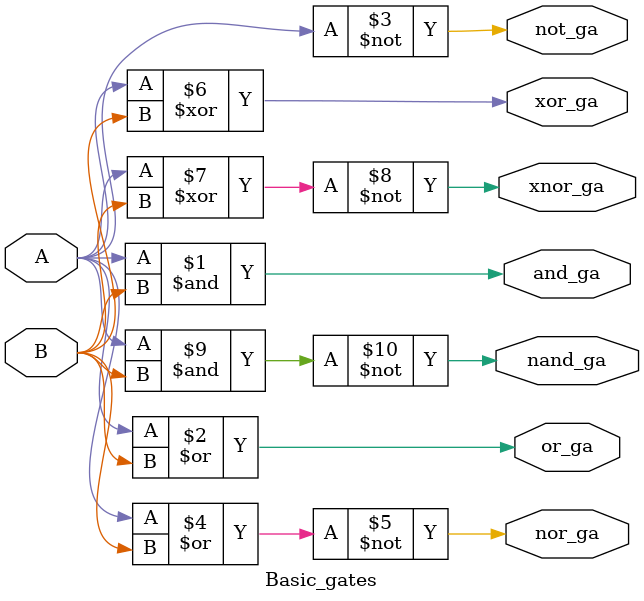
<source format=v>
`timescale 1ns / 1ps
module Basic_gates(
input A,
input B,
output and_ga,
output or_ga,
output not_ga,
output nor_ga,
output xor_ga,
output xnor_ga,
output nand_ga

    );
    assign and_ga  = A & B;     
    assign or_ga   = A | B;    
    assign not_ga  = ~A;        
    assign nor_ga  = ~(A | B);  
    assign xor_ga  = A ^ B;     
    assign xnor_ga = ~(A ^ B);  
    assign nand_ga = ~(A & B);

endmodule

</source>
